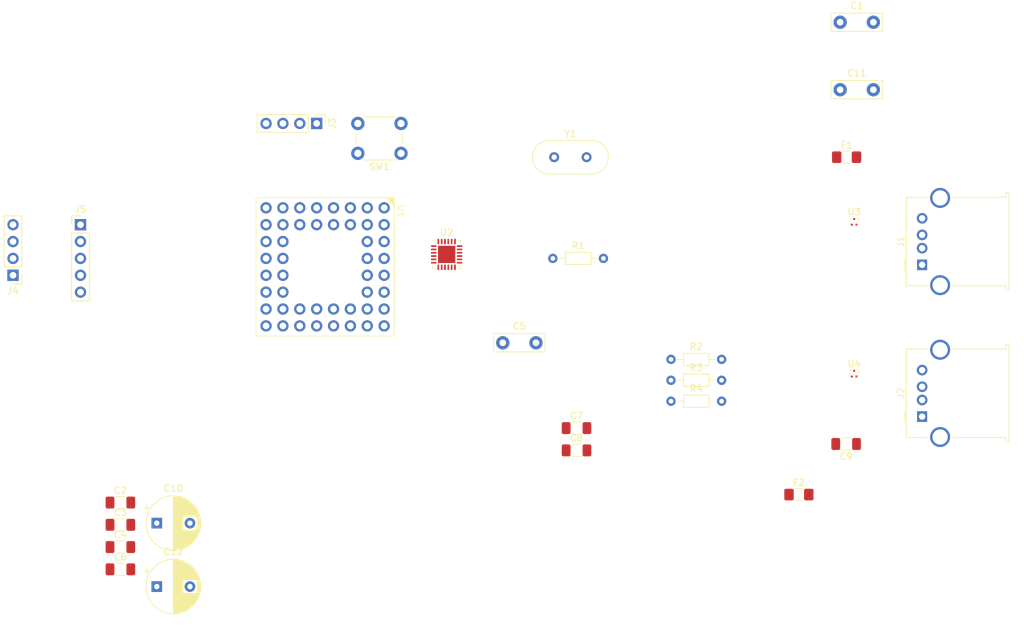
<source format=kicad_pcb>
(kicad_pcb (version 20221018) (generator pcbnew)
  (layers (0 "F.Cu" signal) (31 "B.Cu" signal) (34 "B.Paste" user) (35 "F.Paste" user) (36 "B.SilkS" user "B.Silkscreen") (37 "F.SilkS" user "F.Silkscreen") (38 "B.Mask" user) (39 "F.Mask" user) (44 "Edge.Cuts" user))
  (net 0 "")
  (net 1 "GND")
  (net 2 "Net-(U2-CRFILT)")
  (net 3 "+3V3")
  (net 4 "Net-(U2-PLLFILT)")
  (net 5 "Net-(U2-XTALOUT{slash}CLKIN_EN)")
  (net 6 "Net-(U2-XTALIN{slash}CLKIN)")
  (net 7 "Net-(U1-BOOTSEL)")
  (net 8 "Net-(J2-VBUS)")
  (net 9 "Net-(J1-VBUS)")
  (net 10 "+5V")
  (net 11 "Net-(J1-D-)")
  (net 12 "Net-(J1-D+)")
  (net 13 "Net-(J2-D-)")
  (net 14 "Net-(J2-D+)")
  (net 15 "Net-(J3-Pin_2)")
  (net 16 "Net-(J3-Pin_3)")
  (net 17 "/Tx")
  (net 18 "/Rx")
  (net 19 "/Mouse")
  (net 20 "Net-(U2-RBIAS)")
  (net 21 "Net-(U2-SUSP{slash}NON_REM0)")
  (net 22 "Net-(U2-SMBDATA{slash}NON_REM1)")
  (net 23 "Net-(U2-SMBCLK{slash}CFG_SEL0)")
  (net 26 "Net-(U1-USB_DP)")
  (net 27 "Net-(U1-USB_DM)")
  (net 36 "/HUBRST")
  (footprint "Capacitor_SMD:C_1206_3216Metric_Pad1.33x1.80mm_HandSolder" (layer "F.Cu") (at 46.651 115.391)
    (fp_text reference "C6" (at 0 -1.85) (layer "F.SilkS"))
    (fp_text value "30pF")
    (pad "1" smd roundrect (at -1.5625 0) (size 1.325 1.8) (layers "F.Cu" "F.Paste" "F.Mask") (roundrect_rratio 0.188679) (net 5 "Net-(U2-XTALOUT{slash}CLKIN_EN)"))
    (pad "2" smd roundrect (at 1.5625 0) (size 1.325 1.8) (layers "F.Cu" "F.Paste" "F.Mask") (roundrect_rratio 0.188679) (net 1 "GND"))
  )
  (footprint "Capacitor_SMD:C_1206_3216Metric_Pad1.33x1.80mm_HandSolder" (layer "F.Cu") (at 115.33 97.48)
    (fp_text reference "C8" (at 0 -1.85) (layer "F.SilkS"))
    (fp_text value "100n")
    (pad "1" smd roundrect (at -1.5625 0) (size 1.325 1.8) (layers "F.Cu" "F.Paste" "F.Mask") (roundrect_rratio 0.188679) (net 7 "Net-(U1-BOOTSEL)"))
    (pad "2" smd roundrect (at 1.5625 0) (size 1.325 1.8) (layers "F.Cu" "F.Paste" "F.Mask") (roundrect_rratio 0.188679) (net 1 "GND"))
  )
  (footprint "Fuse:Fuse_1206_3216Metric_Pad1.42x1.75mm_HandSolder" (layer "F.Cu") (at 155.9925 53.34)
    (fp_text reference "F1" (at 0 -1.82) (layer "F.SilkS"))
    (fp_text value "500mA")
    (pad "1" smd roundrect (at -1.4875 0) (size 1.425 1.75) (layers "F.Cu" "F.Paste" "F.Mask") (roundrect_rratio 0.175439) (net 10 "+5V"))
    (pad "2" smd roundrect (at 1.4875 0) (size 1.425 1.75) (layers "F.Cu" "F.Paste" "F.Mask") (roundrect_rratio 0.175439) (net 9 "Net-(J1-VBUS)"))
  )
  (footprint "Capacitor_THT:C_Disc_D7.5mm_W2.5mm_P5.00mm" (layer "F.Cu") (at 155.02 43.18)
    (fp_text reference "C11" (at 2.5 -2.5) (layer "F.SilkS"))
    (fp_text value "100n 25V ceramic")
    (pad "1" thru_hole circle (at 0 0) (size 2 2) (drill 1) (layers "*.Cu" "*.Mask") (net 9 "Net-(J1-VBUS)"))
    (pad "2" thru_hole circle (at 5 0) (size 2 2) (drill 1) (layers "*.Cu" "*.Mask") (net 1 "GND"))
  )
  (footprint "Package_TO_SOT_SMD:Texas_DRT-3" (layer "F.Cu") (at 157.13 63.075)
    (fp_text reference "U3" (at 0 -1.5) (layer "F.SilkS"))
    (fp_text value "TPD2EUSB30")
    (pad "1" smd rect (at -0.35 0.425) (size 0.3 0.3) (layers "F.Cu" "F.Paste" "F.Mask") (net 12 "Net-(J1-D+)"))
    (pad "2" smd rect (at 0.35 0.425) (size 0.3 0.3) (layers "F.Cu" "F.Paste" "F.Mask") (net 11 "Net-(J1-D-)"))
    (pad "3" smd rect (at 0 -0.425) (size 0.3 0.3) (layers "F.Cu" "F.Paste" "F.Mask") (net 1 "GND"))
  )
  (footprint "Button_Switch_THT:SW_PUSH_6mm" (layer "F.Cu") (at 88.9 52.76 180)
    (fp_text reference "SW1" (at 3.25 -2) (layer "F.SilkS"))
    (fp_text value "SW_Push")
    (pad "1" thru_hole circle (at 0 0 270) (size 2 2) (drill 1.1) (layers "*.Cu" "*.Mask") (net 7 "Net-(U1-BOOTSEL)"))
    (pad "1" thru_hole circle (at 6.5 0 270) (size 2 2) (drill 1.1) (layers "*.Cu" "*.Mask") (net 7 "Net-(U1-BOOTSEL)"))
    (pad "2" thru_hole circle (at 0 4.5 270) (size 2 2) (drill 1.1) (layers "*.Cu" "*.Mask") (net 1 "GND"))
    (pad "2" thru_hole circle (at 6.5 4.5 270) (size 2 2) (drill 1.1) (layers "*.Cu" "*.Mask") (net 1 "GND"))
  )
  (footprint "Capacitor_THT:CP_Radial_D8.0mm_P5.00mm" (layer "F.Cu") (at 52.125698 117.991)
    (fp_text reference "C12" (at 2.5 -5.25) (layer "F.SilkS"))
    (fp_text value "100u 25V")
    (pad "1" thru_hole rect (at 0 0) (size 1.6 1.6) (drill 0.8) (layers "*.Cu" "*.Mask") (net 9 "Net-(J1-VBUS)"))
    (pad "2" thru_hole circle (at 5 0) (size 1.6 1.6) (drill 0.8) (layers "*.Cu" "*.Mask") (net 1 "GND"))
  )
  (footprint "Capacitor_SMD:C_1206_3216Metric_Pad1.33x1.80mm_HandSolder" (layer "F.Cu") (at 46.651 105.341)
    (fp_text reference "C2" (at 0 -1.85) (layer "F.SilkS"))
    (fp_text value "100n")
    (pad "1" smd roundrect (at -1.5625 0) (size 1.325 1.8) (layers "F.Cu" "F.Paste" "F.Mask") (roundrect_rratio 0.188679) (net 3 "+3V3"))
    (pad "2" smd roundrect (at 1.5625 0) (size 1.325 1.8) (layers "F.Cu" "F.Paste" "F.Mask") (roundrect_rratio 0.188679) (net 1 "GND"))
  )
  (footprint "Connector_USB:USB_A_Molex_67643_Horizontal" (layer "F.Cu") (at 167.36 92.4 90)
    (fp_text reference "J2" (at 3.5 -3.19 90) (layer "F.SilkS"))
    (fp_text value "USB_A")
    (pad "1" thru_hole rect (at 0 0 90) (size 1.6 1.5) (drill 0.95) (layers "*.Cu" "*.Mask") (net 8 "Net-(J2-VBUS)"))
    (pad "2" thru_hole circle (at 2.5 0 90) (size 1.6 1.6) (drill 0.95) (layers "*.Cu" "*.Mask") (net 13 "Net-(J2-D-)"))
    (pad "3" thru_hole circle (at 4.5 0 90) (size 1.6 1.6) (drill 0.95) (layers "*.Cu" "*.Mask") (net 14 "Net-(J2-D+)"))
    (pad "4" thru_hole circle (at 7 0 90) (size 1.6 1.6) (drill 0.95) (layers "*.Cu" "*.Mask") (net 1 "GND"))
    (pad "5" thru_hole circle (at -3.07 2.71 90) (size 3 3) (drill 2.3) (layers "*.Cu" "*.Mask") (net 1 "GND"))
    (pad "5" thru_hole circle (at 10.07 2.71 90) (size 3 3) (drill 2.3) (layers "*.Cu" "*.Mask") (net 1 "GND"))
  )
  (footprint "Crystal:Crystal_HC49-4H_Vertical" (layer "F.Cu") (at 111.96 53.34)
    (fp_text reference "Y1" (at 2.44 -3.525) (layer "F.SilkS"))
    (fp_text value "24MHz")
    (pad "1" thru_hole circle (at 0 0) (size 1.5 1.5) (drill 0.8) (layers "*.Cu" "*.Mask") (net 6 "Net-(U2-XTALIN{slash}CLKIN)"))
    (pad "2" thru_hole circle (at 4.88 0) (size 1.5 1.5) (drill 0.8) (layers "*.Cu" "*.Mask") (net 5 "Net-(U2-XTALOUT{slash}CLKIN_EN)"))
  )
  (footprint "Capacitor_SMD:C_1206_3216Metric_Pad1.33x1.80mm_HandSolder" (layer "F.Cu") (at 115.33 94.13)
    (fp_text reference "C7" (at 0 -1.85) (layer "F.SilkS"))
    (fp_text value "30pF")
    (pad "1" smd roundrect (at -1.5625 0) (size 1.325 1.8) (layers "F.Cu" "F.Paste" "F.Mask") (roundrect_rratio 0.188679) (net 6 "Net-(U2-XTALIN{slash}CLKIN)"))
    (pad "2" smd roundrect (at 1.5625 0) (size 1.325 1.8) (layers "F.Cu" "F.Paste" "F.Mask") (roundrect_rratio 0.188679) (net 1 "GND"))
  )
  (footprint "Resistor_THT:R_Axial_DIN0204_L3.6mm_D1.6mm_P7.62mm_Horizontal" (layer "F.Cu") (at 129.55 83.78)
    (fp_text reference "R2" (at 3.81 -1.92) (layer "F.SilkS"))
    (fp_text value "47k")
    (pad "1" thru_hole circle (at 0 0) (size 1.4 1.4) (drill 0.7) (layers "*.Cu" "*.Mask") (net 21 "Net-(U2-SUSP{slash}NON_REM0)"))
    (pad "2" thru_hole oval (at 7.62 0) (size 1.4 1.4) (drill 0.7) (layers "*.Cu" "*.Mask") (net 1 "GND"))
  )
  (footprint "Package_PGA48:PGA48" (layer "F.Cu") (at 77.47 69.85 -90)
    (fp_text reference "U1" (at -8.382 -11.43 -90 unlocked) (layer "F.SilkS") (effects (font (thickness 0.1))))
    (fp_text value "PGA2040")
    (pad "A1" thru_hole circle (at -8.89 -8.89 270) (size 1.7 1.7) (drill 1) (layers "*.Cu" "*.Mask") (net 1 "GND"))
    (pad "A2" thru_hole circle (at -6.35 -8.89 270) (size 1.7 1.7) (drill 1) (layers "*.Cu" "*.Mask") (net 10 "+5V"))
    (pad "A3" thru_hole circle (at -3.81 -8.89 270) (size 1.7 1.7) (drill 1) (layers "*.Cu" "*.Mask"))
    (pad "A4" thru_hole circle (at -1.27 -8.89 270) (size 1.7 1.7) (drill 1) (layers "*.Cu" "*.Mask"))
    (pad "A5" thru_hole circle (at 1.27 -8.89 270) (size 1.7 1.7) (drill 1) (layers "*.Cu" "*.Mask") (net 26 "Net-(U1-USB_DP)"))
    (pad "A6" thru_hole circle (at 3.81 -8.89 270) (size 1.7 1.7) (drill 1) (layers "*.Cu" "*.Mask") (net 27 "Net-(U1-USB_DM)"))
    (pad "A7" thru_hole circle (at 6.35 -8.89 270) (size 1.7 1.7) (drill 1) (layers "*.Cu" "*.Mask") (net 7 "Net-(U1-BOOTSEL)"))
    (pad "A8" thru_hole circle (at 8.89 -8.89 270) (size 1.7 1.7) (drill 1) (layers "*.Cu" "*.Mask") (net 1 "GND"))
    (pad "B1" thru_hole circle (at -8.89 -6.35 270) (size 1.7 1.7) (drill 1) (layers "*.Cu" "*.Mask") (net 17 "/Tx"))
    (pad "B2" thru_hole circle (at -6.35 -6.35 270) (size 1.7 1.7) (drill 1) (layers "*.Cu" "*.Mask") (net 1 "GND"))
    (pad "B3" thru_hole circle (at -3.81 -6.35 270) (size 1.7 1.7) (drill 1) (layers "*.Cu" "*.Mask") (net 3 "+3V3"))
    (pad "B4" thru_hole circle (at -1.27 -6.35 270) (size 1.7 1.7) (drill 1) (layers "*.Cu" "*.Mask"))
    (pad "B5" thru_hole circle (at 1.27 -6.35 270) (size 1.7 1.7) (drill 1) (layers "*.Cu" "*.Mask") (net 16 "Net-(J3-Pin_3)"))
    (pad "B6" thru_hole circle (at 3.81 -6.35 270) (size 1.7 1.7) (drill 1) (layers "*.Cu" "*.Mask") (net 15 "Net-(J3-Pin_2)"))
    (pad "B7" thru_hole circle (at 6.35 -6.35 270) (size 1.7 1.7) (drill 1) (layers "*.Cu" "*.Mask") (net 1 "GND"))
    (pad "B8" thru_hole circle (at 8.89 -6.35 270) (size 1.7 1.7) (drill 1) (layers "*.Cu" "*.Mask"))
    (pad "C1" thru_hole circle (at -8.89 -3.81 270) (size 1.7 1.7) (drill 1) (layers "*.Cu" "*.Mask") (net 18 "/Rx"))
    (pad "C2" thru_hole circle (at -6.35 -3.81 270) (size 1.7 1.7) (drill 1) (layers "*.Cu" "*.Mask"))
    (pad "C7" thru_hole circle (at 6.35 -3.81 270) (size 1.7 1.7) (drill 1) (layers "*.Cu" "*.Mask"))
    (pad "C8" thru_hole circle (at 8.89 -3.81 270) (size 1.7 1.7) (drill 1) (layers "*.Cu" "*.Mask"))
    (pad "D1" thru_hole circle (at -8.89 -1.27 270) (size 1.7 1.7) (drill 1) (layers "*.Cu" "*.Mask"))
    (pad "D2" thru_hole circle (at -6.35 -1.27 270) (size 1.7 1.7) (drill 1) (layers "*.Cu" "*.Mask"))
    (pad "D7" thru_hole circle (at 6.35 -1.27 270) (size 1.7 1.7) (drill 1) (layers "*.Cu" "*.Mask"))
    (pad "D8" thru_hole circle (at 8.89 -1.27 270) (size 1.7 1.7) (drill 1) (layers "*.Cu" "*.Mask") (net 36 "/HUBRST"))
    (pad "E1" thru_hole circle (at -8.89 1.27 270) (size 1.7 1.7) (drill 1) (layers "*.Cu" "*.Mask"))
    (pad "E2" thru_hole circle (at -6.35 1.27 270) (size 1.7 1.7) (drill 1) (layers "*.Cu" "*.Mask"))
    (pad "E7" thru_hole circle (at 6.35 1.27 270) (size 1.7 1.7) (drill 1) (layers "*.Cu" "*.Mask"))
    (pad "E8" thru_hole circle (at 8.89 1.27 270) (size 1.7 1.7) (drill 1) (layers "*.Cu" "*.Mask"))
    (pad "F1" thru_hole circle (at -8.89 3.81 270) (size 1.7 1.7) (drill 1) (layers "*.Cu" "*.Mask"))
    (pad "F2" thru_hole circle (at -6.35 3.81 270) (size 1.7 1.7) (drill 1) (layers "*.Cu" "*.Mask"))
    (pad "F7" thru_hole circle (at 6.35 3.81 270) (size 1.7 1.7) (drill 1) (layers "*.Cu" "*.Mask"))
    (pad "F8" thru_hole circle (at 8.89 3.81 270) (size 1.7 1.7) (drill 1) (layers "*.Cu" "*.Mask"))
    (pad "G1" thru_hole circle (at -8.89 6.35 270) (size 1.7 1.7) (drill 1) (layers "*.Cu" "*.Mask"))
    (pad "G2" thru_hole circle (at -6.35 6.35 270) (size 1.7 1.7) (drill 1) (layers "*.Cu" "*.Mask") (net 1 "GND"))
    (pad "G3" thru_hole circle (at -3.81 6.35 270) (size 1.7 1.7) (drill 1) (layers "*.Cu" "*.Mask"))
    (pad "G4" thru_hole circle (at -1.27 6.35 270) (size 1.7 1.7) (drill 1) (layers "*.Cu" "*.Mask") (net 18 "/Rx"))
    (pad "G5" thru_hole circle (at 1.27 6.35 270) (size 1.7 1.7) (drill 1) (layers "*.Cu" "*.Mask"))
    (pad "G6" thru_hole circle (at 3.81 6.35 270) (size 1.7 1.7) (drill 1) (layers "*.Cu" "*.Mask"))
    (pad "G7" thru_hole circle (at 6.35 6.35 270) (size 1.7 1.7) (drill 1) (layers "*.Cu" "*.Mask") (net 1 "GND"))
    (pad "G8" thru_hole circle (at 8.89 6.35 270) (size 1.7 1.7) (drill 1) (layers "*.Cu" "*.Mask"))
    (pad "H1" thru_hole circle (at -8.89 8.89 270) (size 1.7 1.7) (drill 1) (layers "*.Cu" "*.Mask") (net 1 "GND"))
    (pad "H2" thru_hole circle (at -6.35 8.89 270) (size 1.7 1.7) (drill 1) (layers "*.Cu" "*.Mask"))
    (pad "H3" thru_hole circle (at -3.81 8.89 270) (size 1.7 1.7) (drill 1) (layers "*.Cu" "*.Mask") (net 17 "/Tx"))
    (pad "H4" thru_hole circle (at -1.27 8.89 270) (size 1.7 1.7) (drill 1) (layers "*.Cu" "*.Mask") (net 19 "/Mouse"))
    (pad "H5" thru_hole circle (at 1.27 8.89 270) (size 1.7 1.7) (drill 1) (layers "*.Cu" "*.Mask"))
    (pad "H6" thru_hole circle (at 3.81 8.89 270) (size 1.7 1.7) (drill 1) (layers "*.Cu" "*.Mask"))
    (pad "H7" thru_hole circle (at 6.35 8.89 270) (size 1.7 1.7) (drill 1) (layers "*.Cu" "*.Mask"))
    (pad "H8" thru_hole circle (at 8.89 8.89 270) (size 1.7 1.7) (drill 1) (layers "*.Cu" "*.Mask") (net 1 "GND"))
  )
  (footprint "Connector_PinHeader_2.54mm:PinHeader_1x04_P2.54mm_Vertical" (layer "F.Cu") (at 76.2 48.26 -90)
    (fp_text reference "J3" (at 0 -2.33 90) (layer "F.SilkS"))
    (fp_text value "SWD")
    (pad "1" thru_hole rect (at 0 0 270) (size 1.7 1.7) (drill 1) (layers "*.Cu" "*.Mask") (net 10 "+5V"))
    (pad "2" thru_hole oval (at 0 2.54 270) (size 1.7 1.7) (drill 1) (layers "*.Cu" "*.Mask") (net 15 "Net-(J3-Pin_2)"))
    (pad "3" thru_hole oval (at 0 5.08 270) (size 1.7 1.7) (drill 1) (layers "*.Cu" "*.Mask") (net 16 "Net-(J3-Pin_3)"))
    (pad "4" thru_hole oval (at 0 7.62 270) (size 1.7 1.7) (drill 1) (layers "*.Cu" "*.Mask") (net 1 "GND"))
  )
  (footprint "Connector_USB:USB_A_Molex_67643_Horizontal" (layer "F.Cu") (at 167.36 69.54 90)
    (fp_text reference "J1" (at 3.5 -3.19 90) (layer "F.SilkS"))
    (fp_text value "USB_A")
    (pad "1" thru_hole rect (at 0 0 90) (size 1.6 1.5) (drill 0.95) (layers "*.Cu" "*.Mask") (net 9 "Net-(J1-VBUS)"))
    (pad "2" thru_hole circle (at 2.5 0 90) (size 1.6 1.6) (drill 0.95) (layers "*.Cu" "*.Mask") (net 11 "Net-(J1-D-)"))
    (pad "3" thru_hole circle (at 4.5 0 90) (size 1.6 1.6) (drill 0.95) (layers "*.Cu" "*.Mask") (net 12 "Net-(J1-D+)"))
    (pad "4" thru_hole circle (at 7 0 90) (size 1.6 1.6) (drill 0.95) (layers "*.Cu" "*.Mask") (net 1 "GND"))
    (pad "5" thru_hole circle (at -3.07 2.71 90) (size 3 3) (drill 2.3) (layers "*.Cu" "*.Mask") (net 1 "GND"))
    (pad "5" thru_hole circle (at 10.07 2.71 90) (size 3 3) (drill 2.3) (layers "*.Cu" "*.Mask") (net 1 "GND"))
  )
  (footprint "Fuse:Fuse_1206_3216Metric_Pad1.42x1.75mm_HandSolder" (layer "F.Cu") (at 148.8075 104.14)
    (fp_text reference "F2" (at 0 -1.82) (layer "F.SilkS"))
    (fp_text value "500mA")
    (pad "1" smd roundrect (at -1.4875 0) (size 1.425 1.75) (layers "F.Cu" "F.Paste" "F.Mask") (roundrect_rratio 0.175439) (net 10 "+5V"))
    (pad "2" smd roundrect (at 1.4875 0) (size 1.425 1.75) (layers "F.Cu" "F.Paste" "F.Mask") (roundrect_rratio 0.175439) (net 8 "Net-(J2-VBUS)"))
  )
  (footprint "Package_TO_SOT_SMD:Texas_DRT-3" (layer "F.Cu") (at 157.13 85.935)
    (fp_text reference "U4" (at 0 -1.5) (layer "F.SilkS"))
    (fp_text value "TPD2EUSB30")
    (pad "1" smd rect (at -0.35 0.425) (size 0.3 0.3) (layers "F.Cu" "F.Paste" "F.Mask") (net 14 "Net-(J2-D+)"))
    (pad "2" smd rect (at 0.35 0.425) (size 0.3 0.3) (layers "F.Cu" "F.Paste" "F.Mask") (net 13 "Net-(J2-D-)"))
    (pad "3" smd rect (at 0 -0.425) (size 0.3 0.3) (layers "F.Cu" "F.Paste" "F.Mask") (net 1 "GND"))
  )
  (footprint "Capacitor_THT:C_Disc_D7.5mm_W2.5mm_P5.00mm" (layer "F.Cu") (at 155.02 33.02)
    (fp_text reference "C1" (at 2.5 -2.5) (layer "F.SilkS"))
    (fp_text value "1uF 25V ceramic")
    (pad "1" thru_hole circle (at 0 0) (size 2 2) (drill 1) (layers "*.Cu" "*.Mask") (net 1 "GND"))
    (pad "2" thru_hole circle (at 5 0) (size 2 2) (drill 1) (layers "*.Cu" "*.Mask") (net 2 "Net-(U2-CRFILT)"))
  )
  (footprint "Resistor_THT:R_Axial_DIN0204_L3.6mm_D1.6mm_P7.62mm_Horizontal" (layer "F.Cu") (at 129.55 90.08)
    (fp_text reference "R4" (at 3.81 -1.92) (layer "F.SilkS"))
    (fp_text value "47k")
    (pad "1" thru_hole circle (at 0 0) (size 1.4 1.4) (drill 0.7) (layers "*.Cu" "*.Mask") (net 23 "Net-(U2-SMBCLK{slash}CFG_SEL0)"))
    (pad "2" thru_hole oval (at 7.62 0) (size 1.4 1.4) (drill 0.7) (layers "*.Cu" "*.Mask") (net 1 "GND"))
  )
  (footprint "Resistor_THT:R_Axial_DIN0204_L3.6mm_D1.6mm_P7.62mm_Horizontal" (layer "F.Cu") (at 129.55 86.93)
    (fp_text reference "R3" (at 3.81 -1.92) (layer "F.SilkS"))
    (fp_text value "47k")
    (pad "1" thru_hole circle (at 0 0) (size 1.4 1.4) (drill 0.7) (layers "*.Cu" "*.Mask") (net 22 "Net-(U2-SMBDATA{slash}NON_REM1)"))
    (pad "2" thru_hole oval (at 7.62 0) (size 1.4 1.4) (drill 0.7) (layers "*.Cu" "*.Mask") (net 1 "GND"))
  )
  (footprint "Capacitor_SMD:C_1206_3216Metric_Pad1.33x1.80mm_HandSolder" (layer "F.Cu") (at 46.651 108.691)
    (fp_text reference "C3" (at 0 -1.85) (layer "F.SilkS"))
    (fp_text value "100n")
    (pad "1" smd roundrect (at -1.5625 0) (size 1.325 1.8) (layers "F.Cu" "F.Paste" "F.Mask") (roundrect_rratio 0.188679) (net 3 "+3V3"))
    (pad "2" smd roundrect (at 1.5625 0) (size 1.325 1.8) (layers "F.Cu" "F.Paste" "F.Mask") (roundrect_rratio 0.188679) (net 1 "GND"))
  )
  (footprint "Package_DFN_QFN:QFN-24-1EP_4x4mm_P0.5mm_EP2.6x2.6mm" (layer "F.Cu") (at 95.77 67.9775)
    (fp_text reference "U2" (at 0 -3.3) (layer "F.SilkS"))
    (fp_text value "USB2422")
    (pad "1" smd roundrect (at -1.9375 -1.25) (size 0.825 0.25) (layers "F.Cu" "F.Paste" "F.Mask") (net 3 "+3V3"))
    (pad "2" smd roundrect (at -1.9375 -0.75) (size 0.825 0.25) (layers "F.Cu" "F.Paste" "F.Mask") (net 11 "Net-(J1-D-)"))
    (pad "3" smd roundrect (at -1.9375 -0.25) (size 0.825 0.25) (layers "F.Cu" "F.Paste" "F.Mask") (net 12 "Net-(J1-D+)"))
    (pad "4" smd roundrect (at -1.9375 0.25) (size 0.825 0.25) (layers "F.Cu" "F.Paste" "F.Mask") (net 13 "Net-(J2-D-)"))
    (pad "5" smd roundrect (at -1.9375 0.75) (size 0.825 0.25) (layers "F.Cu" "F.Paste" "F.Mask") (net 14 "Net-(J2-D+)"))
    (pad "6" smd roundrect (at -1.9375 1.25) (size 0.825 0.25) (layers "F.Cu" "F.Paste" "F.Mask"))
    (pad "7" smd roundrect (at -1.25 1.9375) (size 0.25 0.825) (layers "F.Cu" "F.Paste" "F.Mask"))
    (pad "8" smd roundrect (at -0.75 1.9375) (size 0.25 0.825) (layers "F.Cu" "F.Paste" "F.Mask"))
    (pad "9" smd roundrect (at -0.25 1.9375) (size 0.25 0.825) (layers "F.Cu" "F.Paste" "F.Mask") (net 3 "+3V3"))
    (pad "10" smd roundrect (at 0.25 1.9375) (size 0.25 0.825) (layers "F.Cu" "F.Paste" "F.Mask") (net 2 "Net-(U2-CRFILT)"))
    (pad "11" smd roundrect (at 0.75 1.9375) (size 0.25 0.825) (layers "F.Cu" "F.Paste" "F.Mask"))
    (pad "12" smd roundrect (at 1.25 1.9375) (size 0.25 0.825) (layers "F.Cu" "F.Paste" "F.Mask"))
    (pad "13" smd roundrect (at 1.9375 1.25) (size 0.825 0.25) (layers "F.Cu" "F.Paste" "F.Mask") (net 22 "Net-(U2-SMBDATA{slash}NON_REM1)"))
    (pad "14" smd roundrect (at 1.9375 0.75) (size 0.825 0.25) (layers "F.Cu" "F.Paste" "F.Mask") (net 23 "Net-(U2-SMBCLK{slash}CFG_SEL0)"))
    (pad "15" smd roundrect (at 1.9375 0.25) (size 0.825 0.25) (layers "F.Cu" "F.Paste" "F.Mask") (net 36 "/HUBRST"))
    (pad "16" smd roundrect (at 1.9375 -0.25) (size 0.825 0.25) (layers "F.Cu" "F.Paste" "F.Mask") (net 3 "+3V3"))
    (pad "17" smd roundrect (at 1.9375 -0.75) (size 0.825 0.25) (layers "F.Cu" "F.Paste" "F.Mask") (net 21 "Net-(U2-SUSP{slash}NON_REM0)"))
    (pad "18" smd roundrect (at 1.9375 -1.25) (size 0.825 0.25) (layers "F.Cu" "F.Paste" "F.Mask") (net 3 "+3V3"))
    (pad "19" smd roundrect (at 1.25 -1.9375) (size 0.25 0.825) (layers "F.Cu" "F.Paste" "F.Mask") (net 27 "Net-(U1-USB_DM)"))
    (pad "20" smd roundrect (at 0.75 -1.9375) (size 0.25 0.825) (layers "F.Cu" "F.Paste" "F.Mask") (net 26 "Net-(U1-USB_DP)"))
    (pad "21" smd roundrect (at 0.25 -1.9375) (size 0.25 0.825) (layers "F.Cu" "F.Paste" "F.Mask") (net 5 "Net-(U2-XTALOUT{slash}CLKIN_EN)"))
    (pad "22" smd roundrect (at -0.25 -1.9375) (size 0.25 0.825) (layers "F.Cu" "F.Paste" "F.Mask") (net 6 "Net-(U2-XTALIN{slash}CLKIN)"))
    (pad "23" smd roundrect (at -0.75 -1.9375) (size 0.25 0.825) (layers "F.Cu" "F.Paste" "F.Mask") (net 4 "Net-(U2-PLLFILT)"))
    (pad "24" smd roundrect (at -1.25 -1.9375) (size 0.25 0.825) (layers "F.Cu" "F.Paste" "F.Mask") (net 20 "Net-(U2-RBIAS)"))
    (pad "25" smd rect (at 0 0) (size 2.6 2.6) (layers "F.Cu" "F.Mask") (net 1 "GND"))
  )
  (footprint "Connector_PinHeader_2.54mm:PinHeader_1x04_P2.54mm_Vertical" (layer "F.Cu") (at 30.48 71.12 180)
    (fp_text reference "J4" (at 0 -2.33) (layer "F.SilkS"))
    (fp_text value "UART")
    (pad "1" thru_hole rect (at 0 0 180) (size 1.7 1.7) (drill 1) (layers "*.Cu" "*.Mask") (net 10 "+5V"))
    (pad "2" thru_hole oval (at 0 2.54 180) (size 1.7 1.7) (drill 1) (layers "*.Cu" "*.Mask") (net 17 "/Tx"))
    (pad "3" thru_hole oval (at 0 5.08 180) (size 1.7 1.7) (drill 1) (layers "*.Cu" "*.Mask") (net 18 "/Rx"))
    (pad "4" thru_hole oval (at 0 7.62 180) (size 1.7 1.7) (drill 1) (layers "*.Cu" "*.Mask") (net 1 "GND"))
  )
  (footprint "Capacitor_SMD:C_1206_3216Metric_Pad1.33x1.80mm_HandSolder" (layer "F.Cu") (at 46.651 112.041)
    (fp_text reference "C4" (at 0 -1.85) (layer "F.SilkS"))
    (fp_text value "1u")
    (pad "1" smd roundrect (at -1.5625 0) (size 1.325 1.8) (layers "F.Cu" "F.Paste" "F.Mask") (roundrect_rratio 0.188679) (net 3 "+3V3"))
    (pad "2" smd roundrect (at 1.5625 0) (size 1.325 1.8) (layers "F.Cu" "F.Paste" "F.Mask") (roundrect_rratio 0.188679) (net 1 "GND"))
  )
  (footprint "Resistor_THT:R_Axial_DIN0204_L3.6mm_D1.6mm_P7.62mm_Horizontal" (layer "F.Cu") (at 111.76 68.58)
    (fp_text reference "R1" (at 3.81 -1.92) (layer "F.SilkS"))
    (fp_text value "12k0 1%")
    (pad "1" thru_hole circle (at 0 0) (size 1.4 1.4) (drill 0.7) (layers "*.Cu" "*.Mask") (net 20 "Net-(U2-RBIAS)"))
    (pad "2" thru_hole oval (at 7.62 0) (size 1.4 1.4) (drill 0.7) (layers "*.Cu" "*.Mask") (net 1 "GND"))
  )
  (footprint "Capacitor_THT:C_Disc_D7.5mm_W2.5mm_P5.00mm" (layer "F.Cu") (at 104.22 81.28)
    (fp_text reference "C5" (at 2.5 -2.5) (layer "F.SilkS"))
    (fp_text value "100n 25V ceramic")
    (pad "1" thru_hole circle (at 0 0) (size 2 2) (drill 1) (layers "*.Cu" "*.Mask") (net 1 "GND"))
    (pad "2" thru_hole circle (at 5 0) (size 2 2) (drill 1) (layers "*.Cu" "*.Mask") (net 4 "Net-(U2-PLLFILT)"))
  )
  (footprint "Connector_PinHeader_2.54mm:PinHeader_1x05_P2.54mm_Vertical" (layer "F.Cu") (at 40.64 63.5)
    (fp_text reference "J5" (at 0 -2.33) (layer "F.SilkS"))
    (fp_text value "X68k conn")
    (pad "1" thru_hole rect (at 0 0) (size 1.7 1.7) (drill 1) (layers "*.Cu" "*.Mask") (net 1 "GND"))
    (pad "2" thru_hole oval (at 0 2.54) (size 1.7 1.7) (drill 1) (layers "*.Cu" "*.Mask") (net 19 "/Mouse"))
    (pad "3" thru_hole oval (at 0 5.08) (size 1.7 1.7) (drill 1) (layers "*.Cu" "*.Mask") (net 18 "/Rx"))
    (pad "4" thru_hole oval (at 0 7.62) (size 1.7 1.7) (drill 1) (layers "*.Cu" "*.Mask") (net 17 "/Tx"))
    (pad "5" thru_hole oval (at 0 10.16) (size 1.7 1.7) (drill 1) (layers "*.Cu" "*.Mask") (net 10 "+5V"))
  )
  (footprint "Capacitor_THT:CP_Radial_D8.0mm_P5.00mm" (layer "F.Cu") (at 52.125698 108.441)
    (fp_text reference "C10" (at 2.5 -5.25) (layer "F.SilkS"))
    (fp_text value "100u 25V")
    (pad "1" thru_hole rect (at 0 0) (size 1.6 1.6) (drill 0.8) (layers "*.Cu" "*.Mask") (net 8 "Net-(J2-VBUS)"))
    (pad "2" thru_hole circle (at 5 0) (size 1.6 1.6) (drill 0.8) (layers "*.Cu" "*.Mask") (net 1 "GND"))
  )
  (footprint "Capacitor_SMD:C_1206_3216Metric_Pad1.33x1.80mm_HandSolder" (layer "F.Cu") (at 155.9175 96.52 180)
    (fp_text reference "C9" (at 0 -1.85) (layer "F.SilkS"))
    (fp_text value "100n 25V ceramic")
    (pad "1" smd roundrect (at -1.5625 0 180) (size 1.325 1.8) (layers "F.Cu" "F.Paste" "F.Mask") (roundrect_rratio 0.188679) (net 8 "Net-(J2-VBUS)"))
    (pad "2" smd roundrect (at 1.5625 0 180) (size 1.325 1.8) (layers "F.Cu" "F.Paste" "F.Mask") (roundrect_rratio 0.188679) (net 1 "GND"))
  )
)
</source>
